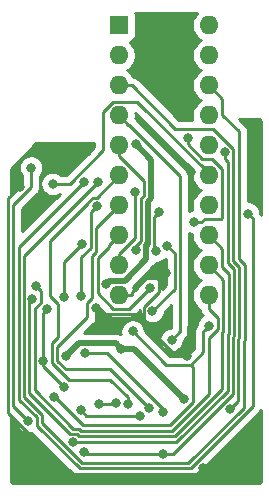
<source format=gbr>
G04 #@! TF.GenerationSoftware,KiCad,Pcbnew,5.1.5+dfsg1-2build2*
G04 #@! TF.CreationDate,2021-11-18T22:50:20-05:00*
G04 #@! TF.ProjectId,color_computer_dac,636f6c6f-725f-4636-9f6d-70757465725f,1.1.0*
G04 #@! TF.SameCoordinates,Original*
G04 #@! TF.FileFunction,Copper,L2,Bot*
G04 #@! TF.FilePolarity,Positive*
%FSLAX46Y46*%
G04 Gerber Fmt 4.6, Leading zero omitted, Abs format (unit mm)*
G04 Created by KiCad (PCBNEW 5.1.5+dfsg1-2build2) date 2021-11-18 22:50:20*
%MOMM*%
%LPD*%
G04 APERTURE LIST*
%ADD10R,1.600000X1.600000*%
%ADD11O,1.600000X1.600000*%
%ADD12C,0.800000*%
%ADD13C,0.250000*%
%ADD14C,0.500000*%
%ADD15C,0.254000*%
G04 APERTURE END LIST*
D10*
X124375000Y-93825000D03*
D11*
X131995000Y-116685000D03*
X124375000Y-96365000D03*
X131995000Y-114145000D03*
X124375000Y-98905000D03*
X131995000Y-111605000D03*
X124375000Y-101445000D03*
X131995000Y-109065000D03*
X124375000Y-103985000D03*
X131995000Y-106525000D03*
X124375000Y-106525000D03*
X131995000Y-103985000D03*
X124375000Y-109065000D03*
X131995000Y-101445000D03*
X124375000Y-111605000D03*
X131995000Y-98905000D03*
X124375000Y-114145000D03*
X131995000Y-96365000D03*
X124375000Y-116685000D03*
X131995000Y-93825000D03*
D12*
X121551400Y-121591800D03*
X128099900Y-126514700D03*
X127795300Y-109613200D03*
X121424200Y-129958100D03*
X128099900Y-130149100D03*
X127565869Y-112891187D03*
X133339300Y-104584990D03*
X131551900Y-131283900D03*
X130149800Y-121825400D03*
X128391600Y-114825900D03*
X122450011Y-117744956D03*
X115984053Y-107478832D03*
X116990000Y-131010000D03*
X133470000Y-130800000D03*
X121690000Y-104520000D03*
X135970000Y-102230000D03*
X135860000Y-106760000D03*
X130640000Y-115790000D03*
X128150000Y-93120000D03*
X128430000Y-99060000D03*
X129880000Y-101570000D03*
X130460000Y-106210000D03*
X117390868Y-115902100D03*
X117067195Y-116978272D03*
X133812300Y-126312600D03*
X116706900Y-127320100D03*
X120519300Y-129130700D03*
X116960000Y-105860000D03*
X128847500Y-120439200D03*
X127221000Y-118027100D03*
X125865857Y-112804464D03*
X128500000Y-112500000D03*
X118770000Y-107240000D03*
X125156300Y-125856300D03*
X126975500Y-126235200D03*
X127029100Y-116037800D03*
X121200000Y-116700000D03*
X122610000Y-107070000D03*
X122524989Y-109130020D03*
X118920100Y-125254400D03*
X125780200Y-107938800D03*
X125560500Y-119737700D03*
X132040000Y-119240000D03*
X119745000Y-116845000D03*
X121300000Y-112300000D03*
X130780000Y-110490000D03*
X130230000Y-103340000D03*
X124607800Y-121209500D03*
X129907700Y-125434300D03*
X119892600Y-121849400D03*
X123325032Y-115694722D03*
X125840000Y-103880000D03*
X119702700Y-124405200D03*
X117991500Y-122205100D03*
X118290890Y-117852900D03*
X122679900Y-125871900D03*
X124155900Y-125762700D03*
X121156000Y-126414000D03*
X126195000Y-126869500D03*
X135340000Y-109752600D03*
X121450000Y-107090000D03*
D13*
X121551400Y-121591800D02*
X123372400Y-121591800D01*
X123372400Y-121591800D02*
X128099900Y-126319300D01*
X128099900Y-126319300D02*
X128099900Y-126514700D01*
X128099900Y-130149100D02*
X121615200Y-130149100D01*
X121615200Y-130149100D02*
X121424200Y-129958100D01*
X127395301Y-112720619D02*
X127565869Y-112891187D01*
X127395301Y-110013199D02*
X127395301Y-112720619D01*
X127795300Y-109613200D02*
X127395301Y-110013199D01*
X134054700Y-125044200D02*
X134054700Y-120177537D01*
X134125035Y-120107202D02*
X134125035Y-114461435D01*
X128099900Y-130149100D02*
X128949800Y-130149100D01*
X134054700Y-120177537D02*
X134125035Y-120107202D01*
X133604400Y-113940800D02*
X133604400Y-105415775D01*
X134125035Y-114461435D02*
X133604400Y-113940800D01*
X128949800Y-130149100D02*
X134054700Y-125044200D01*
X133604400Y-105415775D02*
X133339300Y-105150675D01*
X133339300Y-105150675D02*
X133339300Y-104584990D01*
X126486100Y-118281100D02*
X126486100Y-119103500D01*
X126486100Y-119103500D02*
X129208000Y-121825400D01*
X129208000Y-121825400D02*
X130149800Y-121825400D01*
X127792100Y-115425400D02*
X127606700Y-115240000D01*
X127606700Y-115240000D02*
X126682600Y-115240000D01*
X126682600Y-115240000D02*
X125500300Y-116422300D01*
X125500300Y-116422300D02*
X125500300Y-116685000D01*
X127792100Y-115425400D02*
X127792100Y-116359000D01*
X127792100Y-116359000D02*
X126486100Y-117665000D01*
X126486100Y-117665000D02*
X126486100Y-118281100D01*
X127792100Y-115425400D02*
X128391600Y-114825900D01*
X124606100Y-116685000D02*
X124375000Y-116685000D01*
X124606100Y-116685000D02*
X125500300Y-116685000D01*
X126486100Y-118281100D02*
X122986155Y-118281100D01*
X122986155Y-118281100D02*
X122450011Y-117744956D01*
X114992160Y-117885474D02*
X114992160Y-108470725D01*
X115014700Y-117908014D02*
X114992160Y-117885474D01*
X114992160Y-108470725D02*
X115984053Y-107478832D01*
X131551900Y-131283900D02*
X131051600Y-131784200D01*
X131051600Y-131784200D02*
X120145300Y-131784200D01*
X115014700Y-126653600D02*
X115014700Y-117908014D01*
X120145300Y-131784200D02*
X115014700Y-126653600D01*
X121690000Y-104520000D02*
X121690000Y-104520000D01*
X130149800Y-121259715D02*
X130230000Y-121179515D01*
X130149800Y-121825400D02*
X130149800Y-121259715D01*
X130230000Y-121179515D02*
X130230000Y-119310000D01*
X117266200Y-117804586D02*
X117816300Y-117254486D01*
X117816300Y-116327532D02*
X117790867Y-116302099D01*
X120513100Y-127955100D02*
X117266200Y-124708200D01*
X132775002Y-118596372D02*
X132775002Y-119548002D01*
X131995000Y-117816370D02*
X132775002Y-118596372D01*
X132775002Y-119548002D02*
X131995000Y-120328004D01*
X117816300Y-117254486D02*
X117816300Y-116327532D01*
X117266200Y-124708200D02*
X117266200Y-117804586D01*
X131995000Y-125040200D02*
X128898100Y-128137100D01*
X131995000Y-116685000D02*
X131995000Y-117816370D01*
X121188400Y-128137100D02*
X121006400Y-127955100D01*
X117790867Y-116302099D02*
X117390868Y-115902100D01*
X131995000Y-120328004D02*
X131995000Y-125040200D01*
X121006400Y-127955100D02*
X120513100Y-127955100D01*
X128898100Y-128137100D02*
X121188400Y-128137100D01*
X120261400Y-128405400D02*
X116815900Y-124959900D01*
X116815900Y-124959900D02*
X116815900Y-117229567D01*
X133225013Y-119734402D02*
X133123200Y-119836215D01*
X133225013Y-115375013D02*
X133225013Y-119734402D01*
X120819800Y-128405400D02*
X120261400Y-128405400D01*
X131995000Y-114145000D02*
X133225013Y-115375013D01*
X133123200Y-119836215D02*
X133123200Y-124581900D01*
X129114100Y-128591000D02*
X121005400Y-128591000D01*
X116815900Y-117229567D02*
X117067195Y-116978272D01*
X121005400Y-128591000D02*
X120819800Y-128405400D01*
X133123200Y-124581900D02*
X129114100Y-128591000D01*
X134505046Y-120363602D02*
X134575046Y-120293602D01*
X134083300Y-104255988D02*
X132397313Y-102570001D01*
X129171371Y-102570001D02*
X125506370Y-98905000D01*
X134505046Y-125619854D02*
X134505046Y-120363602D01*
X134575046Y-120293602D02*
X134575046Y-114274446D01*
X134083300Y-113782700D02*
X134083300Y-104255988D01*
X125506370Y-98905000D02*
X124375000Y-98905000D01*
X132397313Y-102570001D02*
X129171371Y-102570001D01*
X134575046Y-114274446D02*
X134083300Y-113782700D01*
X133812300Y-126312600D02*
X134505046Y-125619854D01*
X115465000Y-126078200D02*
X115465000Y-117721903D01*
X116960000Y-107536847D02*
X116960000Y-105860000D01*
X115442171Y-116257470D02*
X115465000Y-116234641D01*
X115465000Y-109031847D02*
X116960000Y-107536847D01*
X115465000Y-116234641D02*
X115465000Y-109031847D01*
X115442171Y-117699074D02*
X115442171Y-116257470D01*
X115465000Y-117721903D02*
X115442171Y-117699074D01*
X116706900Y-127320100D02*
X115465000Y-126078200D01*
X133675024Y-114873224D02*
X133675024Y-119920802D01*
X129246600Y-129130700D02*
X121084985Y-129130700D01*
X133604400Y-119991426D02*
X133604400Y-124772900D01*
X131995000Y-111605000D02*
X133120300Y-112730300D01*
X133120300Y-112730300D02*
X133120300Y-114318500D01*
X121084985Y-129130700D02*
X120519300Y-129130700D01*
X133604400Y-124772900D02*
X129246600Y-129130700D01*
X133120300Y-114318500D02*
X133675024Y-114873224D01*
X133675024Y-119920802D02*
X133604400Y-119991426D01*
X124375000Y-101445000D02*
X125174999Y-102244999D01*
X125288001Y-102244999D02*
X129587900Y-106544898D01*
X125174999Y-102244999D02*
X125288001Y-102244999D01*
X129587900Y-119698800D02*
X128847500Y-120439200D01*
X129587900Y-106544898D02*
X129587900Y-119698800D01*
X129117300Y-116130800D02*
X129117300Y-113117300D01*
X129117300Y-113117300D02*
X128500000Y-112500000D01*
X127221000Y-118027100D02*
X129117300Y-116130800D01*
X126241482Y-108503318D02*
X126241482Y-112120039D01*
X124375000Y-104870800D02*
X126544500Y-107040300D01*
X125865857Y-112495664D02*
X125865857Y-112804464D01*
X124375000Y-103985000D02*
X124375000Y-104870800D01*
X126544500Y-108200300D02*
X126241482Y-108503318D01*
X126241482Y-112120039D02*
X125865857Y-112495664D01*
X126544500Y-107040300D02*
X126544500Y-108200300D01*
X120220000Y-107240000D02*
X118770000Y-107240000D01*
X123050010Y-104409990D02*
X120220000Y-107240000D01*
X123050010Y-101126590D02*
X123050010Y-104409990D01*
X123907600Y-100269000D02*
X123050010Y-101126590D01*
X125909000Y-100269000D02*
X123907600Y-100269000D01*
X131995000Y-106355000D02*
X125909000Y-100269000D01*
X131995000Y-106525000D02*
X131995000Y-106355000D01*
X122494982Y-108405018D02*
X122176987Y-108405018D01*
X121799987Y-108782018D02*
X121799987Y-108846424D01*
X118549989Y-112096421D02*
X118549989Y-116749989D01*
X122176987Y-108405018D02*
X121799987Y-108782018D01*
X119200000Y-120189500D02*
X118716900Y-120672600D01*
X119200000Y-117400000D02*
X119200000Y-120189500D01*
X125156300Y-125290615D02*
X125156300Y-125856300D01*
X118716900Y-122391900D02*
X120136000Y-123811000D01*
X120136000Y-123811000D02*
X123676685Y-123811000D01*
X124375000Y-106525000D02*
X122494982Y-108405018D01*
X118549989Y-116749989D02*
X119200000Y-117400000D01*
X121799987Y-108846424D02*
X118549989Y-112096421D01*
X123676685Y-123811000D02*
X125156300Y-125290615D01*
X118716900Y-120672600D02*
X118716900Y-122391900D01*
X122150011Y-116922993D02*
X121725007Y-117347997D01*
X121725007Y-117347997D02*
X121725007Y-118526693D01*
X119167200Y-121084500D02*
X119167200Y-122205300D01*
X121725007Y-118526693D02*
X119167200Y-121084500D01*
X122475013Y-113034402D02*
X122150011Y-113359404D01*
X124375000Y-109065000D02*
X122475013Y-110964987D01*
X122475013Y-110964987D02*
X122475013Y-113034402D01*
X119872200Y-122910300D02*
X123650600Y-122910300D01*
X123650600Y-122910300D02*
X126975500Y-126235200D01*
X119167200Y-122205300D02*
X119872200Y-122910300D01*
X122150011Y-113359404D02*
X122150011Y-116922993D01*
X122600022Y-116521722D02*
X122600022Y-113545804D01*
X123896600Y-117818300D02*
X122600022Y-116521722D01*
X127029100Y-116037800D02*
X125248600Y-117818300D01*
X122600022Y-113545804D02*
X123575001Y-112570825D01*
X125248600Y-117818300D02*
X123896600Y-117818300D01*
X123575001Y-112404999D02*
X124375000Y-111605000D01*
X123575001Y-112570825D02*
X123575001Y-112404999D01*
X121200000Y-113473004D02*
X122025002Y-112648002D01*
X122025002Y-109630007D02*
X122524989Y-109130020D01*
X121200000Y-116700000D02*
X121200000Y-113473004D01*
X122025002Y-112648002D02*
X122025002Y-109630007D01*
X117882500Y-126833100D02*
X116365600Y-125316200D01*
X133120300Y-101371100D02*
X134533700Y-102784500D01*
X121241900Y-130879000D02*
X117882500Y-127519600D01*
X130271700Y-130879000D02*
X121241900Y-130879000D01*
X134955300Y-126195400D02*
X130271700Y-130879000D01*
X133120300Y-100030300D02*
X133120300Y-101371100D01*
X116365600Y-116606863D02*
X116365600Y-113314400D01*
X135025057Y-114087557D02*
X135025057Y-120480002D01*
X134533700Y-113596200D02*
X135025057Y-114087557D01*
X117882500Y-127519600D02*
X117882500Y-126833100D01*
X134533700Y-102784500D02*
X134533700Y-113596200D01*
X134955300Y-120549759D02*
X134955300Y-126195400D01*
X116342193Y-117326274D02*
X116342193Y-116630270D01*
X135025057Y-120480002D02*
X134955300Y-120549759D01*
X131995000Y-98905000D02*
X133120300Y-100030300D01*
X116365600Y-125316200D02*
X116365600Y-117349681D01*
X116365600Y-117349681D02*
X116342193Y-117326274D01*
X116342193Y-116630270D02*
X116365600Y-116606863D01*
X116365600Y-113314400D02*
X122210001Y-107469999D01*
X122210001Y-107469999D02*
X122610000Y-107070000D01*
X130463700Y-122556400D02*
X130638800Y-122731500D01*
X130638800Y-122731500D02*
X130638800Y-125745000D01*
X130638800Y-125745000D02*
X128753700Y-127630100D01*
X128753700Y-127630100D02*
X121318300Y-127630100D01*
X121318300Y-127630100D02*
X118942600Y-125254400D01*
X118942600Y-125254400D02*
X118920100Y-125254400D01*
X130463700Y-122556400D02*
X128379200Y-122556400D01*
X128379200Y-122556400D02*
X125560500Y-119737700D01*
X125780200Y-111798280D02*
X125780200Y-107938800D01*
X124375000Y-114145000D02*
X124375000Y-113203480D01*
X124375000Y-113203480D02*
X125780200Y-111798280D01*
X131540001Y-121480099D02*
X131540001Y-119739999D01*
X131640001Y-119639999D02*
X132040000Y-119240000D01*
X131540001Y-119739999D02*
X131640001Y-119639999D01*
X130463700Y-122556400D02*
X131540001Y-121480099D01*
X119745000Y-116845000D02*
X119745000Y-113855000D01*
X119745000Y-113855000D02*
X121300000Y-112300000D01*
X130780000Y-110490000D02*
X131345685Y-110490000D01*
X130230000Y-103905685D02*
X130230000Y-103340000D01*
X131434316Y-105110001D02*
X130230000Y-103905685D01*
X133120001Y-110099999D02*
X133120001Y-105984999D01*
X133029999Y-110190001D02*
X133120001Y-110099999D01*
X131645684Y-110190001D02*
X133029999Y-110190001D01*
X131345685Y-110490000D02*
X131645684Y-110190001D01*
X132245003Y-105110001D02*
X131434316Y-105110001D01*
X133120001Y-105984999D02*
X132245003Y-105110001D01*
D14*
X124607800Y-121209500D02*
X124139800Y-120741500D01*
X124139800Y-120741500D02*
X121000500Y-120741500D01*
X121000500Y-120741500D02*
X119892600Y-121849400D01*
X124607800Y-121209500D02*
X125682900Y-121209500D01*
X125682900Y-121209500D02*
X129907700Y-125434300D01*
X123325032Y-115694722D02*
X123594954Y-115424800D01*
X127143800Y-105183800D02*
X125840000Y-103880000D01*
X126715859Y-112448556D02*
X126816492Y-112347923D01*
X126816492Y-112347923D02*
X126816493Y-108742007D01*
X126816493Y-108742007D02*
X127143800Y-108414700D01*
X127143800Y-108414700D02*
X127143800Y-105183800D01*
X124870300Y-115424800D02*
X126715859Y-113579241D01*
X126715859Y-113579241D02*
X126715859Y-112448556D01*
X123594954Y-115424800D02*
X124870300Y-115424800D01*
D13*
X117991500Y-122205100D02*
X117991500Y-122694000D01*
X117991500Y-122694000D02*
X119702700Y-124405200D01*
X117991500Y-122205100D02*
X117991500Y-118152290D01*
X117991500Y-118152290D02*
X118290890Y-117852900D01*
X122679900Y-125871900D02*
X124046700Y-125871900D01*
X124046700Y-125871900D02*
X124155900Y-125762700D01*
X121156000Y-126414000D02*
X121611500Y-126869500D01*
X121611500Y-126869500D02*
X126195000Y-126869500D01*
X135739999Y-110152599D02*
X135739999Y-126047601D01*
X115915300Y-117535792D02*
X115892182Y-117512674D01*
X130453700Y-131333900D02*
X121059900Y-131333900D01*
X121059900Y-131333900D02*
X117432200Y-127706200D01*
X117432200Y-127019600D02*
X115915300Y-125502700D01*
X115892182Y-116443870D02*
X115915300Y-116420752D01*
X135739999Y-126047601D02*
X130453700Y-131333900D01*
X115915300Y-125502700D02*
X115915300Y-117535792D01*
X115915300Y-116420752D02*
X115915300Y-112624700D01*
X115915300Y-112624700D02*
X121450000Y-107090000D01*
X115892182Y-117512674D02*
X115892182Y-116443870D01*
X117432200Y-127706200D02*
X117432200Y-127019600D01*
X135340000Y-109752600D02*
X135739999Y-110152599D01*
D15*
G36*
X136440001Y-132426618D02*
G01*
X136326620Y-132540000D01*
X115373381Y-132540000D01*
X115260000Y-132426620D01*
X115260000Y-126948001D01*
X115671900Y-127359902D01*
X115671900Y-127422039D01*
X115711674Y-127621998D01*
X115789695Y-127810356D01*
X115902963Y-127979874D01*
X116047126Y-128124037D01*
X116216644Y-128237305D01*
X116405002Y-128315326D01*
X116604961Y-128355100D01*
X116808839Y-128355100D01*
X116973538Y-128322340D01*
X120496101Y-131844903D01*
X120519899Y-131873901D01*
X120548897Y-131897699D01*
X120635624Y-131968874D01*
X120767653Y-132039446D01*
X120910914Y-132082903D01*
X121059900Y-132097577D01*
X121097233Y-132093900D01*
X130416378Y-132093900D01*
X130453700Y-132097576D01*
X130491022Y-132093900D01*
X130491033Y-132093900D01*
X130602686Y-132082903D01*
X130745947Y-132039446D01*
X130877976Y-131968874D01*
X130993701Y-131873901D01*
X131017504Y-131844897D01*
X136251002Y-126611400D01*
X136280000Y-126587602D01*
X136374973Y-126471877D01*
X136440000Y-126350221D01*
X136440001Y-132426618D01*
G37*
X136440001Y-132426618D02*
X136326620Y-132540000D01*
X115373381Y-132540000D01*
X115260000Y-132426620D01*
X115260000Y-126948001D01*
X115671900Y-127359902D01*
X115671900Y-127422039D01*
X115711674Y-127621998D01*
X115789695Y-127810356D01*
X115902963Y-127979874D01*
X116047126Y-128124037D01*
X116216644Y-128237305D01*
X116405002Y-128315326D01*
X116604961Y-128355100D01*
X116808839Y-128355100D01*
X116973538Y-128322340D01*
X120496101Y-131844903D01*
X120519899Y-131873901D01*
X120548897Y-131897699D01*
X120635624Y-131968874D01*
X120767653Y-132039446D01*
X120910914Y-132082903D01*
X121059900Y-132097577D01*
X121097233Y-132093900D01*
X130416378Y-132093900D01*
X130453700Y-132097576D01*
X130491022Y-132093900D01*
X130491033Y-132093900D01*
X130602686Y-132082903D01*
X130745947Y-132039446D01*
X130877976Y-131968874D01*
X130993701Y-131873901D01*
X131017504Y-131844897D01*
X136251002Y-126611400D01*
X136280000Y-126587602D01*
X136374973Y-126471877D01*
X136440000Y-126350221D01*
X136440001Y-132426618D01*
G36*
X130478102Y-111485226D02*
G01*
X130560000Y-111501516D01*
X130560000Y-111746335D01*
X130615147Y-112023574D01*
X130723320Y-112284727D01*
X130880363Y-112519759D01*
X131080241Y-112719637D01*
X131312759Y-112875000D01*
X131080241Y-113030363D01*
X130880363Y-113230241D01*
X130723320Y-113465273D01*
X130615147Y-113726426D01*
X130560000Y-114003665D01*
X130560000Y-114286335D01*
X130615147Y-114563574D01*
X130723320Y-114824727D01*
X130880363Y-115059759D01*
X131080241Y-115259637D01*
X131312759Y-115415000D01*
X131080241Y-115570363D01*
X130880363Y-115770241D01*
X130723320Y-116005273D01*
X130615147Y-116266426D01*
X130560000Y-116543665D01*
X130560000Y-116826335D01*
X130615147Y-117103574D01*
X130723320Y-117364727D01*
X130880363Y-117599759D01*
X131080241Y-117799637D01*
X131240203Y-117906520D01*
X131245998Y-117965356D01*
X131253874Y-117991320D01*
X131289454Y-118108616D01*
X131360026Y-118240646D01*
X131424614Y-118319346D01*
X131455000Y-118356371D01*
X131474968Y-118372758D01*
X131380226Y-118436063D01*
X131236063Y-118580226D01*
X131122795Y-118749744D01*
X131044774Y-118938102D01*
X131005000Y-119138061D01*
X131005000Y-119195895D01*
X131000001Y-119199998D01*
X130976203Y-119228996D01*
X130976202Y-119228997D01*
X130905027Y-119315723D01*
X130834455Y-119447753D01*
X130811935Y-119521995D01*
X130790999Y-119591013D01*
X130787301Y-119628556D01*
X130776325Y-119739999D01*
X130780002Y-119777331D01*
X130780001Y-121165296D01*
X130148899Y-121796400D01*
X128694002Y-121796400D01*
X126595500Y-119697899D01*
X126595500Y-119635761D01*
X126555726Y-119435802D01*
X126477705Y-119247444D01*
X126364437Y-119077926D01*
X126220274Y-118933763D01*
X126050756Y-118820495D01*
X125862398Y-118742474D01*
X125662439Y-118702700D01*
X125458561Y-118702700D01*
X125258602Y-118742474D01*
X125070244Y-118820495D01*
X124900726Y-118933763D01*
X124756563Y-119077926D01*
X124643295Y-119247444D01*
X124565274Y-119435802D01*
X124525500Y-119635761D01*
X124525500Y-119839639D01*
X124548766Y-119956606D01*
X124480113Y-119919911D01*
X124313290Y-119869305D01*
X124183277Y-119856500D01*
X124183269Y-119856500D01*
X124139800Y-119852219D01*
X124096331Y-119856500D01*
X121470002Y-119856500D01*
X122236010Y-119090492D01*
X122265008Y-119066694D01*
X122359981Y-118950969D01*
X122430553Y-118818940D01*
X122474010Y-118675679D01*
X122485007Y-118564026D01*
X122485007Y-118564017D01*
X122488683Y-118526694D01*
X122485007Y-118489371D01*
X122485007Y-117662799D01*
X122575652Y-117572154D01*
X123332801Y-118329303D01*
X123356599Y-118358301D01*
X123472324Y-118453274D01*
X123604353Y-118523846D01*
X123747614Y-118567303D01*
X123859267Y-118578300D01*
X123859276Y-118578300D01*
X123896599Y-118581976D01*
X123933922Y-118578300D01*
X125211278Y-118578300D01*
X125248600Y-118581976D01*
X125285922Y-118578300D01*
X125285933Y-118578300D01*
X125397586Y-118567303D01*
X125540847Y-118523846D01*
X125672876Y-118453274D01*
X125788601Y-118358301D01*
X125812404Y-118329297D01*
X126186000Y-117955701D01*
X126186000Y-118129039D01*
X126225774Y-118328998D01*
X126303795Y-118517356D01*
X126417063Y-118686874D01*
X126561226Y-118831037D01*
X126730744Y-118944305D01*
X126919102Y-119022326D01*
X127119061Y-119062100D01*
X127322939Y-119062100D01*
X127522898Y-119022326D01*
X127711256Y-118944305D01*
X127880774Y-118831037D01*
X128024937Y-118686874D01*
X128138205Y-118517356D01*
X128216226Y-118328998D01*
X128256000Y-118129039D01*
X128256000Y-118066901D01*
X128827901Y-117495001D01*
X128827901Y-119383997D01*
X128807698Y-119404200D01*
X128745561Y-119404200D01*
X128545602Y-119443974D01*
X128357244Y-119521995D01*
X128187726Y-119635263D01*
X128043563Y-119779426D01*
X127930295Y-119948944D01*
X127852274Y-120137302D01*
X127812500Y-120337261D01*
X127812500Y-120541139D01*
X127852274Y-120741098D01*
X127930295Y-120929456D01*
X128043563Y-121098974D01*
X128187726Y-121243137D01*
X128357244Y-121356405D01*
X128545602Y-121434426D01*
X128745561Y-121474200D01*
X128949439Y-121474200D01*
X129149398Y-121434426D01*
X129337756Y-121356405D01*
X129507274Y-121243137D01*
X129651437Y-121098974D01*
X129764705Y-120929456D01*
X129842726Y-120741098D01*
X129882500Y-120541139D01*
X129882500Y-120479002D01*
X130098902Y-120262599D01*
X130127901Y-120238801D01*
X130222874Y-120123076D01*
X130293446Y-119991047D01*
X130336903Y-119847786D01*
X130347900Y-119736133D01*
X130347900Y-119736125D01*
X130351576Y-119698800D01*
X130347900Y-119661475D01*
X130347900Y-111431294D01*
X130478102Y-111485226D01*
G37*
X130478102Y-111485226D02*
X130560000Y-111501516D01*
X130560000Y-111746335D01*
X130615147Y-112023574D01*
X130723320Y-112284727D01*
X130880363Y-112519759D01*
X131080241Y-112719637D01*
X131312759Y-112875000D01*
X131080241Y-113030363D01*
X130880363Y-113230241D01*
X130723320Y-113465273D01*
X130615147Y-113726426D01*
X130560000Y-114003665D01*
X130560000Y-114286335D01*
X130615147Y-114563574D01*
X130723320Y-114824727D01*
X130880363Y-115059759D01*
X131080241Y-115259637D01*
X131312759Y-115415000D01*
X131080241Y-115570363D01*
X130880363Y-115770241D01*
X130723320Y-116005273D01*
X130615147Y-116266426D01*
X130560000Y-116543665D01*
X130560000Y-116826335D01*
X130615147Y-117103574D01*
X130723320Y-117364727D01*
X130880363Y-117599759D01*
X131080241Y-117799637D01*
X131240203Y-117906520D01*
X131245998Y-117965356D01*
X131253874Y-117991320D01*
X131289454Y-118108616D01*
X131360026Y-118240646D01*
X131424614Y-118319346D01*
X131455000Y-118356371D01*
X131474968Y-118372758D01*
X131380226Y-118436063D01*
X131236063Y-118580226D01*
X131122795Y-118749744D01*
X131044774Y-118938102D01*
X131005000Y-119138061D01*
X131005000Y-119195895D01*
X131000001Y-119199998D01*
X130976203Y-119228996D01*
X130976202Y-119228997D01*
X130905027Y-119315723D01*
X130834455Y-119447753D01*
X130811935Y-119521995D01*
X130790999Y-119591013D01*
X130787301Y-119628556D01*
X130776325Y-119739999D01*
X130780002Y-119777331D01*
X130780001Y-121165296D01*
X130148899Y-121796400D01*
X128694002Y-121796400D01*
X126595500Y-119697899D01*
X126595500Y-119635761D01*
X126555726Y-119435802D01*
X126477705Y-119247444D01*
X126364437Y-119077926D01*
X126220274Y-118933763D01*
X126050756Y-118820495D01*
X125862398Y-118742474D01*
X125662439Y-118702700D01*
X125458561Y-118702700D01*
X125258602Y-118742474D01*
X125070244Y-118820495D01*
X124900726Y-118933763D01*
X124756563Y-119077926D01*
X124643295Y-119247444D01*
X124565274Y-119435802D01*
X124525500Y-119635761D01*
X124525500Y-119839639D01*
X124548766Y-119956606D01*
X124480113Y-119919911D01*
X124313290Y-119869305D01*
X124183277Y-119856500D01*
X124183269Y-119856500D01*
X124139800Y-119852219D01*
X124096331Y-119856500D01*
X121470002Y-119856500D01*
X122236010Y-119090492D01*
X122265008Y-119066694D01*
X122359981Y-118950969D01*
X122430553Y-118818940D01*
X122474010Y-118675679D01*
X122485007Y-118564026D01*
X122485007Y-118564017D01*
X122488683Y-118526694D01*
X122485007Y-118489371D01*
X122485007Y-117662799D01*
X122575652Y-117572154D01*
X123332801Y-118329303D01*
X123356599Y-118358301D01*
X123472324Y-118453274D01*
X123604353Y-118523846D01*
X123747614Y-118567303D01*
X123859267Y-118578300D01*
X123859276Y-118578300D01*
X123896599Y-118581976D01*
X123933922Y-118578300D01*
X125211278Y-118578300D01*
X125248600Y-118581976D01*
X125285922Y-118578300D01*
X125285933Y-118578300D01*
X125397586Y-118567303D01*
X125540847Y-118523846D01*
X125672876Y-118453274D01*
X125788601Y-118358301D01*
X125812404Y-118329297D01*
X126186000Y-117955701D01*
X126186000Y-118129039D01*
X126225774Y-118328998D01*
X126303795Y-118517356D01*
X126417063Y-118686874D01*
X126561226Y-118831037D01*
X126730744Y-118944305D01*
X126919102Y-119022326D01*
X127119061Y-119062100D01*
X127322939Y-119062100D01*
X127522898Y-119022326D01*
X127711256Y-118944305D01*
X127880774Y-118831037D01*
X128024937Y-118686874D01*
X128138205Y-118517356D01*
X128216226Y-118328998D01*
X128256000Y-118129039D01*
X128256000Y-118066901D01*
X128827901Y-117495001D01*
X128827901Y-119383997D01*
X128807698Y-119404200D01*
X128745561Y-119404200D01*
X128545602Y-119443974D01*
X128357244Y-119521995D01*
X128187726Y-119635263D01*
X128043563Y-119779426D01*
X127930295Y-119948944D01*
X127852274Y-120137302D01*
X127812500Y-120337261D01*
X127812500Y-120541139D01*
X127852274Y-120741098D01*
X127930295Y-120929456D01*
X128043563Y-121098974D01*
X128187726Y-121243137D01*
X128357244Y-121356405D01*
X128545602Y-121434426D01*
X128745561Y-121474200D01*
X128949439Y-121474200D01*
X129149398Y-121434426D01*
X129337756Y-121356405D01*
X129507274Y-121243137D01*
X129651437Y-121098974D01*
X129764705Y-120929456D01*
X129842726Y-120741098D01*
X129882500Y-120541139D01*
X129882500Y-120479002D01*
X130098902Y-120262599D01*
X130127901Y-120238801D01*
X130222874Y-120123076D01*
X130293446Y-119991047D01*
X130336903Y-119847786D01*
X130347900Y-119736133D01*
X130347900Y-119736125D01*
X130351576Y-119698800D01*
X130347900Y-119661475D01*
X130347900Y-111431294D01*
X130478102Y-111485226D01*
G36*
X124502000Y-116558000D02*
G01*
X124522000Y-116558000D01*
X124522000Y-116812000D01*
X124502000Y-116812000D01*
X124502000Y-116832000D01*
X124248000Y-116832000D01*
X124248000Y-116812000D01*
X124228000Y-116812000D01*
X124228000Y-116558000D01*
X124248000Y-116558000D01*
X124248000Y-116538000D01*
X124502000Y-116538000D01*
X124502000Y-116558000D01*
G37*
X124502000Y-116558000D02*
X124522000Y-116558000D01*
X124522000Y-116812000D01*
X124502000Y-116812000D01*
X124502000Y-116832000D01*
X124248000Y-116832000D01*
X124248000Y-116812000D01*
X124228000Y-116812000D01*
X124228000Y-116558000D01*
X124248000Y-116558000D01*
X124248000Y-116538000D01*
X124502000Y-116538000D01*
X124502000Y-116558000D01*
G36*
X128357300Y-115815998D02*
G01*
X128064100Y-116109198D01*
X128064100Y-115935861D01*
X128024326Y-115735902D01*
X127946305Y-115547544D01*
X127833037Y-115378026D01*
X127688874Y-115233863D01*
X127519356Y-115120595D01*
X127330998Y-115042574D01*
X127131039Y-115002800D01*
X126927161Y-115002800D01*
X126727202Y-115042574D01*
X126538844Y-115120595D01*
X126369326Y-115233863D01*
X126225163Y-115378026D01*
X126111895Y-115547544D01*
X126033874Y-115735902D01*
X125994100Y-115935861D01*
X125994100Y-115997998D01*
X125741126Y-116250972D01*
X125726246Y-116201913D01*
X125606037Y-115947580D01*
X125603083Y-115943595D01*
X127310909Y-114235770D01*
X127344676Y-114208058D01*
X127377816Y-114167678D01*
X127455270Y-114073300D01*
X127533903Y-113926187D01*
X127667808Y-113926187D01*
X127867767Y-113886413D01*
X128056125Y-113808392D01*
X128225643Y-113695124D01*
X128357301Y-113563466D01*
X128357300Y-115815998D01*
G37*
X128357300Y-115815998D02*
X128064100Y-116109198D01*
X128064100Y-115935861D01*
X128024326Y-115735902D01*
X127946305Y-115547544D01*
X127833037Y-115378026D01*
X127688874Y-115233863D01*
X127519356Y-115120595D01*
X127330998Y-115042574D01*
X127131039Y-115002800D01*
X126927161Y-115002800D01*
X126727202Y-115042574D01*
X126538844Y-115120595D01*
X126369326Y-115233863D01*
X126225163Y-115378026D01*
X126111895Y-115547544D01*
X126033874Y-115735902D01*
X125994100Y-115935861D01*
X125994100Y-115997998D01*
X125741126Y-116250972D01*
X125726246Y-116201913D01*
X125606037Y-115947580D01*
X125603083Y-115943595D01*
X127310909Y-114235770D01*
X127344676Y-114208058D01*
X127377816Y-114167678D01*
X127455270Y-114073300D01*
X127533903Y-113926187D01*
X127667808Y-113926187D01*
X127867767Y-113886413D01*
X128056125Y-113808392D01*
X128225643Y-113695124D01*
X128357301Y-113563466D01*
X128357300Y-115815998D01*
G36*
X122290011Y-104095187D02*
G01*
X119905199Y-106480000D01*
X119473711Y-106480000D01*
X119429774Y-106436063D01*
X119260256Y-106322795D01*
X119071898Y-106244774D01*
X118871939Y-106205000D01*
X118668061Y-106205000D01*
X118468102Y-106244774D01*
X118279744Y-106322795D01*
X118110226Y-106436063D01*
X117966063Y-106580226D01*
X117852795Y-106749744D01*
X117774774Y-106938102D01*
X117735000Y-107138061D01*
X117735000Y-107341939D01*
X117774774Y-107541898D01*
X117852795Y-107730256D01*
X117966063Y-107899774D01*
X118110226Y-108043937D01*
X118279744Y-108157205D01*
X118468102Y-108235226D01*
X118668061Y-108275000D01*
X118871939Y-108275000D01*
X119071898Y-108235226D01*
X119260256Y-108157205D01*
X119404120Y-108061079D01*
X116225000Y-111240199D01*
X116225000Y-109346648D01*
X117471004Y-108100645D01*
X117500001Y-108076848D01*
X117594974Y-107961123D01*
X117665546Y-107829094D01*
X117709003Y-107685833D01*
X117720000Y-107574180D01*
X117720000Y-107574171D01*
X117723676Y-107536848D01*
X117720000Y-107499525D01*
X117720000Y-106563711D01*
X117763937Y-106519774D01*
X117877205Y-106350256D01*
X117955226Y-106161898D01*
X117995000Y-105961939D01*
X117995000Y-105758061D01*
X117955226Y-105558102D01*
X117877205Y-105369744D01*
X117763937Y-105200226D01*
X117619774Y-105056063D01*
X117450256Y-104942795D01*
X117261898Y-104864774D01*
X117061939Y-104825000D01*
X116858061Y-104825000D01*
X116658102Y-104864774D01*
X116469744Y-104942795D01*
X116300226Y-105056063D01*
X116156063Y-105200226D01*
X116042795Y-105369744D01*
X115964774Y-105558102D01*
X115925000Y-105758061D01*
X115925000Y-105961939D01*
X115964774Y-106161898D01*
X116042795Y-106350256D01*
X116156063Y-106519774D01*
X116200001Y-106563712D01*
X116200000Y-107222045D01*
X115260000Y-108162046D01*
X115260000Y-105965830D01*
X117380991Y-103760000D01*
X122290011Y-103760000D01*
X122290011Y-104095187D01*
G37*
X122290011Y-104095187D02*
X119905199Y-106480000D01*
X119473711Y-106480000D01*
X119429774Y-106436063D01*
X119260256Y-106322795D01*
X119071898Y-106244774D01*
X118871939Y-106205000D01*
X118668061Y-106205000D01*
X118468102Y-106244774D01*
X118279744Y-106322795D01*
X118110226Y-106436063D01*
X117966063Y-106580226D01*
X117852795Y-106749744D01*
X117774774Y-106938102D01*
X117735000Y-107138061D01*
X117735000Y-107341939D01*
X117774774Y-107541898D01*
X117852795Y-107730256D01*
X117966063Y-107899774D01*
X118110226Y-108043937D01*
X118279744Y-108157205D01*
X118468102Y-108235226D01*
X118668061Y-108275000D01*
X118871939Y-108275000D01*
X119071898Y-108235226D01*
X119260256Y-108157205D01*
X119404120Y-108061079D01*
X116225000Y-111240199D01*
X116225000Y-109346648D01*
X117471004Y-108100645D01*
X117500001Y-108076848D01*
X117594974Y-107961123D01*
X117665546Y-107829094D01*
X117709003Y-107685833D01*
X117720000Y-107574180D01*
X117720000Y-107574171D01*
X117723676Y-107536848D01*
X117720000Y-107499525D01*
X117720000Y-106563711D01*
X117763937Y-106519774D01*
X117877205Y-106350256D01*
X117955226Y-106161898D01*
X117995000Y-105961939D01*
X117995000Y-105758061D01*
X117955226Y-105558102D01*
X117877205Y-105369744D01*
X117763937Y-105200226D01*
X117619774Y-105056063D01*
X117450256Y-104942795D01*
X117261898Y-104864774D01*
X117061939Y-104825000D01*
X116858061Y-104825000D01*
X116658102Y-104864774D01*
X116469744Y-104942795D01*
X116300226Y-105056063D01*
X116156063Y-105200226D01*
X116042795Y-105369744D01*
X115964774Y-105558102D01*
X115925000Y-105758061D01*
X115925000Y-105961939D01*
X115964774Y-106161898D01*
X116042795Y-106350256D01*
X116156063Y-106519774D01*
X116200001Y-106563712D01*
X116200000Y-107222045D01*
X115260000Y-108162046D01*
X115260000Y-105965830D01*
X117380991Y-103760000D01*
X122290011Y-103760000D01*
X122290011Y-104095187D01*
G36*
X136440001Y-101938953D02*
G01*
X136440000Y-109849979D01*
X136375000Y-109728374D01*
X136375000Y-109650661D01*
X136335226Y-109450702D01*
X136257205Y-109262344D01*
X136143937Y-109092826D01*
X135999774Y-108948663D01*
X135830256Y-108835395D01*
X135641898Y-108757374D01*
X135441939Y-108717600D01*
X135293700Y-108717600D01*
X135293700Y-102821822D01*
X135297376Y-102784499D01*
X135293700Y-102747176D01*
X135293700Y-102747167D01*
X135282703Y-102635514D01*
X135239246Y-102492253D01*
X135168674Y-102360224D01*
X135155511Y-102344185D01*
X135097499Y-102273496D01*
X135097495Y-102273492D01*
X135073701Y-102244499D01*
X135044709Y-102220706D01*
X134584002Y-101760000D01*
X136290873Y-101760000D01*
X136440001Y-101938953D01*
G37*
X136440001Y-101938953D02*
X136440000Y-109849979D01*
X136375000Y-109728374D01*
X136375000Y-109650661D01*
X136335226Y-109450702D01*
X136257205Y-109262344D01*
X136143937Y-109092826D01*
X135999774Y-108948663D01*
X135830256Y-108835395D01*
X135641898Y-108757374D01*
X135441939Y-108717600D01*
X135293700Y-108717600D01*
X135293700Y-102821822D01*
X135297376Y-102784499D01*
X135293700Y-102747176D01*
X135293700Y-102747167D01*
X135282703Y-102635514D01*
X135239246Y-102492253D01*
X135168674Y-102360224D01*
X135155511Y-102344185D01*
X135097499Y-102273496D01*
X135097495Y-102273492D01*
X135073701Y-102244499D01*
X135044709Y-102220706D01*
X134584002Y-101760000D01*
X136290873Y-101760000D01*
X136440001Y-101938953D01*
G36*
X130631689Y-106066491D02*
G01*
X130615147Y-106106426D01*
X130560000Y-106383665D01*
X130560000Y-106666335D01*
X130615147Y-106943574D01*
X130723320Y-107204727D01*
X130880363Y-107439759D01*
X131080241Y-107639637D01*
X131312759Y-107795000D01*
X131080241Y-107950363D01*
X130880363Y-108150241D01*
X130723320Y-108385273D01*
X130615147Y-108646426D01*
X130560000Y-108923665D01*
X130560000Y-109206335D01*
X130612074Y-109468126D01*
X130478102Y-109494774D01*
X130347900Y-109548706D01*
X130347900Y-106582220D01*
X130351576Y-106544897D01*
X130347900Y-106507574D01*
X130347900Y-106507565D01*
X130336903Y-106395912D01*
X130293446Y-106252651D01*
X130222874Y-106120622D01*
X130175383Y-106062754D01*
X130151699Y-106033894D01*
X130151695Y-106033890D01*
X130127901Y-106004897D01*
X130098909Y-105981104D01*
X125851805Y-101734002D01*
X125828002Y-101704998D01*
X125792235Y-101675645D01*
X125810000Y-101586335D01*
X125810000Y-101303665D01*
X125795384Y-101230185D01*
X130631689Y-106066491D01*
G37*
X130631689Y-106066491D02*
X130615147Y-106106426D01*
X130560000Y-106383665D01*
X130560000Y-106666335D01*
X130615147Y-106943574D01*
X130723320Y-107204727D01*
X130880363Y-107439759D01*
X131080241Y-107639637D01*
X131312759Y-107795000D01*
X131080241Y-107950363D01*
X130880363Y-108150241D01*
X130723320Y-108385273D01*
X130615147Y-108646426D01*
X130560000Y-108923665D01*
X130560000Y-109206335D01*
X130612074Y-109468126D01*
X130478102Y-109494774D01*
X130347900Y-109548706D01*
X130347900Y-106582220D01*
X130351576Y-106544897D01*
X130347900Y-106507574D01*
X130347900Y-106507565D01*
X130336903Y-106395912D01*
X130293446Y-106252651D01*
X130222874Y-106120622D01*
X130175383Y-106062754D01*
X130151699Y-106033894D01*
X130151695Y-106033890D01*
X130127901Y-106004897D01*
X130098909Y-105981104D01*
X125851805Y-101734002D01*
X125828002Y-101704998D01*
X125792235Y-101675645D01*
X125810000Y-101586335D01*
X125810000Y-101303665D01*
X125795384Y-101230185D01*
X130631689Y-106066491D01*
G36*
X130880363Y-92910241D02*
G01*
X130723320Y-93145273D01*
X130615147Y-93406426D01*
X130560000Y-93683665D01*
X130560000Y-93966335D01*
X130615147Y-94243574D01*
X130723320Y-94504727D01*
X130880363Y-94739759D01*
X131080241Y-94939637D01*
X131312759Y-95095000D01*
X131080241Y-95250363D01*
X130880363Y-95450241D01*
X130723320Y-95685273D01*
X130615147Y-95946426D01*
X130560000Y-96223665D01*
X130560000Y-96506335D01*
X130615147Y-96783574D01*
X130723320Y-97044727D01*
X130880363Y-97279759D01*
X131080241Y-97479637D01*
X131312759Y-97635000D01*
X131080241Y-97790363D01*
X130880363Y-97990241D01*
X130723320Y-98225273D01*
X130615147Y-98486426D01*
X130560000Y-98763665D01*
X130560000Y-99046335D01*
X130615147Y-99323574D01*
X130723320Y-99584727D01*
X130880363Y-99819759D01*
X131080241Y-100019637D01*
X131312759Y-100175000D01*
X131080241Y-100330363D01*
X130880363Y-100530241D01*
X130723320Y-100765273D01*
X130615147Y-101026426D01*
X130560000Y-101303665D01*
X130560000Y-101586335D01*
X130604491Y-101810001D01*
X129486173Y-101810001D01*
X126070174Y-98394003D01*
X126046371Y-98364999D01*
X125930646Y-98270026D01*
X125798617Y-98199454D01*
X125655356Y-98155997D01*
X125596519Y-98150202D01*
X125489637Y-97990241D01*
X125289759Y-97790363D01*
X125057241Y-97635000D01*
X125289759Y-97479637D01*
X125489637Y-97279759D01*
X125646680Y-97044727D01*
X125754853Y-96783574D01*
X125810000Y-96506335D01*
X125810000Y-96223665D01*
X125754853Y-95946426D01*
X125646680Y-95685273D01*
X125489637Y-95450241D01*
X125291039Y-95251643D01*
X125299482Y-95250812D01*
X125419180Y-95214502D01*
X125529494Y-95155537D01*
X125626185Y-95076185D01*
X125705537Y-94979494D01*
X125764502Y-94869180D01*
X125800812Y-94749482D01*
X125813072Y-94625000D01*
X125813072Y-93025000D01*
X125800812Y-92900518D01*
X125764502Y-92780820D01*
X125753373Y-92760000D01*
X131030604Y-92760000D01*
X130880363Y-92910241D01*
G37*
X130880363Y-92910241D02*
X130723320Y-93145273D01*
X130615147Y-93406426D01*
X130560000Y-93683665D01*
X130560000Y-93966335D01*
X130615147Y-94243574D01*
X130723320Y-94504727D01*
X130880363Y-94739759D01*
X131080241Y-94939637D01*
X131312759Y-95095000D01*
X131080241Y-95250363D01*
X130880363Y-95450241D01*
X130723320Y-95685273D01*
X130615147Y-95946426D01*
X130560000Y-96223665D01*
X130560000Y-96506335D01*
X130615147Y-96783574D01*
X130723320Y-97044727D01*
X130880363Y-97279759D01*
X131080241Y-97479637D01*
X131312759Y-97635000D01*
X131080241Y-97790363D01*
X130880363Y-97990241D01*
X130723320Y-98225273D01*
X130615147Y-98486426D01*
X130560000Y-98763665D01*
X130560000Y-99046335D01*
X130615147Y-99323574D01*
X130723320Y-99584727D01*
X130880363Y-99819759D01*
X131080241Y-100019637D01*
X131312759Y-100175000D01*
X131080241Y-100330363D01*
X130880363Y-100530241D01*
X130723320Y-100765273D01*
X130615147Y-101026426D01*
X130560000Y-101303665D01*
X130560000Y-101586335D01*
X130604491Y-101810001D01*
X129486173Y-101810001D01*
X126070174Y-98394003D01*
X126046371Y-98364999D01*
X125930646Y-98270026D01*
X125798617Y-98199454D01*
X125655356Y-98155997D01*
X125596519Y-98150202D01*
X125489637Y-97990241D01*
X125289759Y-97790363D01*
X125057241Y-97635000D01*
X125289759Y-97479637D01*
X125489637Y-97279759D01*
X125646680Y-97044727D01*
X125754853Y-96783574D01*
X125810000Y-96506335D01*
X125810000Y-96223665D01*
X125754853Y-95946426D01*
X125646680Y-95685273D01*
X125489637Y-95450241D01*
X125291039Y-95251643D01*
X125299482Y-95250812D01*
X125419180Y-95214502D01*
X125529494Y-95155537D01*
X125626185Y-95076185D01*
X125705537Y-94979494D01*
X125764502Y-94869180D01*
X125800812Y-94749482D01*
X125813072Y-94625000D01*
X125813072Y-93025000D01*
X125800812Y-92900518D01*
X125764502Y-92780820D01*
X125753373Y-92760000D01*
X131030604Y-92760000D01*
X130880363Y-92910241D01*
M02*

</source>
